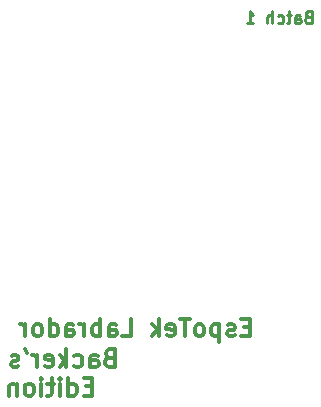
<source format=gbr>
G04 #@! TF.FileFunction,Legend,Bot*
%FSLAX46Y46*%
G04 Gerber Fmt 4.6, Leading zero omitted, Abs format (unit mm)*
G04 Created by KiCad (PCBNEW 4.0.5) date 03 February 2017 Friday 17:41:24*
%MOMM*%
%LPD*%
G01*
G04 APERTURE LIST*
%ADD10C,0.100000*%
%ADD11C,0.250000*%
%ADD12C,0.300000*%
G04 APERTURE END LIST*
D10*
D11*
X101794962Y-99801371D02*
X101652105Y-99848990D01*
X101604486Y-99896610D01*
X101556867Y-99991848D01*
X101556867Y-100134705D01*
X101604486Y-100229943D01*
X101652105Y-100277562D01*
X101747343Y-100325181D01*
X102128296Y-100325181D01*
X102128296Y-99325181D01*
X101794962Y-99325181D01*
X101699724Y-99372800D01*
X101652105Y-99420419D01*
X101604486Y-99515657D01*
X101604486Y-99610895D01*
X101652105Y-99706133D01*
X101699724Y-99753752D01*
X101794962Y-99801371D01*
X102128296Y-99801371D01*
X100699724Y-100325181D02*
X100699724Y-99801371D01*
X100747343Y-99706133D01*
X100842581Y-99658514D01*
X101033058Y-99658514D01*
X101128296Y-99706133D01*
X100699724Y-100277562D02*
X100794962Y-100325181D01*
X101033058Y-100325181D01*
X101128296Y-100277562D01*
X101175915Y-100182324D01*
X101175915Y-100087086D01*
X101128296Y-99991848D01*
X101033058Y-99944229D01*
X100794962Y-99944229D01*
X100699724Y-99896610D01*
X100366391Y-99658514D02*
X99985439Y-99658514D01*
X100223534Y-99325181D02*
X100223534Y-100182324D01*
X100175915Y-100277562D01*
X100080677Y-100325181D01*
X99985439Y-100325181D01*
X99223533Y-100277562D02*
X99318771Y-100325181D01*
X99509248Y-100325181D01*
X99604486Y-100277562D01*
X99652105Y-100229943D01*
X99699724Y-100134705D01*
X99699724Y-99848990D01*
X99652105Y-99753752D01*
X99604486Y-99706133D01*
X99509248Y-99658514D01*
X99318771Y-99658514D01*
X99223533Y-99706133D01*
X98794962Y-100325181D02*
X98794962Y-99325181D01*
X98366390Y-100325181D02*
X98366390Y-99801371D01*
X98414009Y-99706133D01*
X98509247Y-99658514D01*
X98652105Y-99658514D01*
X98747343Y-99706133D01*
X98794962Y-99753752D01*
X96604485Y-100325181D02*
X97175914Y-100325181D01*
X96890200Y-100325181D02*
X96890200Y-99325181D01*
X96985438Y-99468038D01*
X97080676Y-99563276D01*
X97175914Y-99610895D01*
D12*
X83522700Y-131071157D02*
X83022700Y-131071157D01*
X82808414Y-131856871D02*
X83522700Y-131856871D01*
X83522700Y-130356871D01*
X82808414Y-130356871D01*
X81522700Y-131856871D02*
X81522700Y-130356871D01*
X81522700Y-131785443D02*
X81665557Y-131856871D01*
X81951271Y-131856871D01*
X82094129Y-131785443D01*
X82165557Y-131714014D01*
X82236986Y-131571157D01*
X82236986Y-131142586D01*
X82165557Y-130999729D01*
X82094129Y-130928300D01*
X81951271Y-130856871D01*
X81665557Y-130856871D01*
X81522700Y-130928300D01*
X80808414Y-131856871D02*
X80808414Y-130856871D01*
X80808414Y-130356871D02*
X80879843Y-130428300D01*
X80808414Y-130499729D01*
X80736986Y-130428300D01*
X80808414Y-130356871D01*
X80808414Y-130499729D01*
X80308414Y-130856871D02*
X79736985Y-130856871D01*
X80094128Y-130356871D02*
X80094128Y-131642586D01*
X80022700Y-131785443D01*
X79879842Y-131856871D01*
X79736985Y-131856871D01*
X79236985Y-131856871D02*
X79236985Y-130856871D01*
X79236985Y-130356871D02*
X79308414Y-130428300D01*
X79236985Y-130499729D01*
X79165557Y-130428300D01*
X79236985Y-130356871D01*
X79236985Y-130499729D01*
X78308413Y-131856871D02*
X78451271Y-131785443D01*
X78522699Y-131714014D01*
X78594128Y-131571157D01*
X78594128Y-131142586D01*
X78522699Y-130999729D01*
X78451271Y-130928300D01*
X78308413Y-130856871D01*
X78094128Y-130856871D01*
X77951271Y-130928300D01*
X77879842Y-130999729D01*
X77808413Y-131142586D01*
X77808413Y-131571157D01*
X77879842Y-131714014D01*
X77951271Y-131785443D01*
X78094128Y-131856871D01*
X78308413Y-131856871D01*
X77165556Y-130856871D02*
X77165556Y-131856871D01*
X77165556Y-130999729D02*
X77094128Y-130928300D01*
X76951270Y-130856871D01*
X76736985Y-130856871D01*
X76594128Y-130928300D01*
X76522699Y-131071157D01*
X76522699Y-131856871D01*
X84995057Y-128658157D02*
X84780771Y-128729586D01*
X84709343Y-128801014D01*
X84637914Y-128943871D01*
X84637914Y-129158157D01*
X84709343Y-129301014D01*
X84780771Y-129372443D01*
X84923629Y-129443871D01*
X85495057Y-129443871D01*
X85495057Y-127943871D01*
X84995057Y-127943871D01*
X84852200Y-128015300D01*
X84780771Y-128086729D01*
X84709343Y-128229586D01*
X84709343Y-128372443D01*
X84780771Y-128515300D01*
X84852200Y-128586729D01*
X84995057Y-128658157D01*
X85495057Y-128658157D01*
X83352200Y-129443871D02*
X83352200Y-128658157D01*
X83423629Y-128515300D01*
X83566486Y-128443871D01*
X83852200Y-128443871D01*
X83995057Y-128515300D01*
X83352200Y-129372443D02*
X83495057Y-129443871D01*
X83852200Y-129443871D01*
X83995057Y-129372443D01*
X84066486Y-129229586D01*
X84066486Y-129086729D01*
X83995057Y-128943871D01*
X83852200Y-128872443D01*
X83495057Y-128872443D01*
X83352200Y-128801014D01*
X81995057Y-129372443D02*
X82137914Y-129443871D01*
X82423628Y-129443871D01*
X82566486Y-129372443D01*
X82637914Y-129301014D01*
X82709343Y-129158157D01*
X82709343Y-128729586D01*
X82637914Y-128586729D01*
X82566486Y-128515300D01*
X82423628Y-128443871D01*
X82137914Y-128443871D01*
X81995057Y-128515300D01*
X81352200Y-129443871D02*
X81352200Y-127943871D01*
X81209343Y-128872443D02*
X80780772Y-129443871D01*
X80780772Y-128443871D02*
X81352200Y-129015300D01*
X79566486Y-129372443D02*
X79709343Y-129443871D01*
X79995057Y-129443871D01*
X80137914Y-129372443D01*
X80209343Y-129229586D01*
X80209343Y-128658157D01*
X80137914Y-128515300D01*
X79995057Y-128443871D01*
X79709343Y-128443871D01*
X79566486Y-128515300D01*
X79495057Y-128658157D01*
X79495057Y-128801014D01*
X80209343Y-128943871D01*
X78852200Y-129443871D02*
X78852200Y-128443871D01*
X78852200Y-128729586D02*
X78780772Y-128586729D01*
X78709343Y-128515300D01*
X78566486Y-128443871D01*
X78423629Y-128443871D01*
X77852201Y-127943871D02*
X77995058Y-128229586D01*
X77280772Y-129372443D02*
X77137915Y-129443871D01*
X76852200Y-129443871D01*
X76709343Y-129372443D01*
X76637915Y-129229586D01*
X76637915Y-129158157D01*
X76709343Y-129015300D01*
X76852200Y-128943871D01*
X77066486Y-128943871D01*
X77209343Y-128872443D01*
X77280772Y-128729586D01*
X77280772Y-128658157D01*
X77209343Y-128515300D01*
X77066486Y-128443871D01*
X76852200Y-128443871D01*
X76709343Y-128515300D01*
X96868843Y-126054657D02*
X96368843Y-126054657D01*
X96154557Y-126840371D02*
X96868843Y-126840371D01*
X96868843Y-125340371D01*
X96154557Y-125340371D01*
X95583129Y-126768943D02*
X95440272Y-126840371D01*
X95154557Y-126840371D01*
X95011700Y-126768943D01*
X94940272Y-126626086D01*
X94940272Y-126554657D01*
X95011700Y-126411800D01*
X95154557Y-126340371D01*
X95368843Y-126340371D01*
X95511700Y-126268943D01*
X95583129Y-126126086D01*
X95583129Y-126054657D01*
X95511700Y-125911800D01*
X95368843Y-125840371D01*
X95154557Y-125840371D01*
X95011700Y-125911800D01*
X94297414Y-125840371D02*
X94297414Y-127340371D01*
X94297414Y-125911800D02*
X94154557Y-125840371D01*
X93868843Y-125840371D01*
X93725986Y-125911800D01*
X93654557Y-125983229D01*
X93583128Y-126126086D01*
X93583128Y-126554657D01*
X93654557Y-126697514D01*
X93725986Y-126768943D01*
X93868843Y-126840371D01*
X94154557Y-126840371D01*
X94297414Y-126768943D01*
X92725985Y-126840371D02*
X92868843Y-126768943D01*
X92940271Y-126697514D01*
X93011700Y-126554657D01*
X93011700Y-126126086D01*
X92940271Y-125983229D01*
X92868843Y-125911800D01*
X92725985Y-125840371D01*
X92511700Y-125840371D01*
X92368843Y-125911800D01*
X92297414Y-125983229D01*
X92225985Y-126126086D01*
X92225985Y-126554657D01*
X92297414Y-126697514D01*
X92368843Y-126768943D01*
X92511700Y-126840371D01*
X92725985Y-126840371D01*
X91797414Y-125340371D02*
X90940271Y-125340371D01*
X91368842Y-126840371D02*
X91368842Y-125340371D01*
X89868843Y-126768943D02*
X90011700Y-126840371D01*
X90297414Y-126840371D01*
X90440271Y-126768943D01*
X90511700Y-126626086D01*
X90511700Y-126054657D01*
X90440271Y-125911800D01*
X90297414Y-125840371D01*
X90011700Y-125840371D01*
X89868843Y-125911800D01*
X89797414Y-126054657D01*
X89797414Y-126197514D01*
X90511700Y-126340371D01*
X89154557Y-126840371D02*
X89154557Y-125340371D01*
X89011700Y-126268943D02*
X88583129Y-126840371D01*
X88583129Y-125840371D02*
X89154557Y-126411800D01*
X86083128Y-126840371D02*
X86797414Y-126840371D01*
X86797414Y-125340371D01*
X84940271Y-126840371D02*
X84940271Y-126054657D01*
X85011700Y-125911800D01*
X85154557Y-125840371D01*
X85440271Y-125840371D01*
X85583128Y-125911800D01*
X84940271Y-126768943D02*
X85083128Y-126840371D01*
X85440271Y-126840371D01*
X85583128Y-126768943D01*
X85654557Y-126626086D01*
X85654557Y-126483229D01*
X85583128Y-126340371D01*
X85440271Y-126268943D01*
X85083128Y-126268943D01*
X84940271Y-126197514D01*
X84225985Y-126840371D02*
X84225985Y-125340371D01*
X84225985Y-125911800D02*
X84083128Y-125840371D01*
X83797414Y-125840371D01*
X83654557Y-125911800D01*
X83583128Y-125983229D01*
X83511699Y-126126086D01*
X83511699Y-126554657D01*
X83583128Y-126697514D01*
X83654557Y-126768943D01*
X83797414Y-126840371D01*
X84083128Y-126840371D01*
X84225985Y-126768943D01*
X82868842Y-126840371D02*
X82868842Y-125840371D01*
X82868842Y-126126086D02*
X82797414Y-125983229D01*
X82725985Y-125911800D01*
X82583128Y-125840371D01*
X82440271Y-125840371D01*
X81297414Y-126840371D02*
X81297414Y-126054657D01*
X81368843Y-125911800D01*
X81511700Y-125840371D01*
X81797414Y-125840371D01*
X81940271Y-125911800D01*
X81297414Y-126768943D02*
X81440271Y-126840371D01*
X81797414Y-126840371D01*
X81940271Y-126768943D01*
X82011700Y-126626086D01*
X82011700Y-126483229D01*
X81940271Y-126340371D01*
X81797414Y-126268943D01*
X81440271Y-126268943D01*
X81297414Y-126197514D01*
X79940271Y-126840371D02*
X79940271Y-125340371D01*
X79940271Y-126768943D02*
X80083128Y-126840371D01*
X80368842Y-126840371D01*
X80511700Y-126768943D01*
X80583128Y-126697514D01*
X80654557Y-126554657D01*
X80654557Y-126126086D01*
X80583128Y-125983229D01*
X80511700Y-125911800D01*
X80368842Y-125840371D01*
X80083128Y-125840371D01*
X79940271Y-125911800D01*
X79011699Y-126840371D02*
X79154557Y-126768943D01*
X79225985Y-126697514D01*
X79297414Y-126554657D01*
X79297414Y-126126086D01*
X79225985Y-125983229D01*
X79154557Y-125911800D01*
X79011699Y-125840371D01*
X78797414Y-125840371D01*
X78654557Y-125911800D01*
X78583128Y-125983229D01*
X78511699Y-126126086D01*
X78511699Y-126554657D01*
X78583128Y-126697514D01*
X78654557Y-126768943D01*
X78797414Y-126840371D01*
X79011699Y-126840371D01*
X77868842Y-126840371D02*
X77868842Y-125840371D01*
X77868842Y-126126086D02*
X77797414Y-125983229D01*
X77725985Y-125911800D01*
X77583128Y-125840371D01*
X77440271Y-125840371D01*
M02*

</source>
